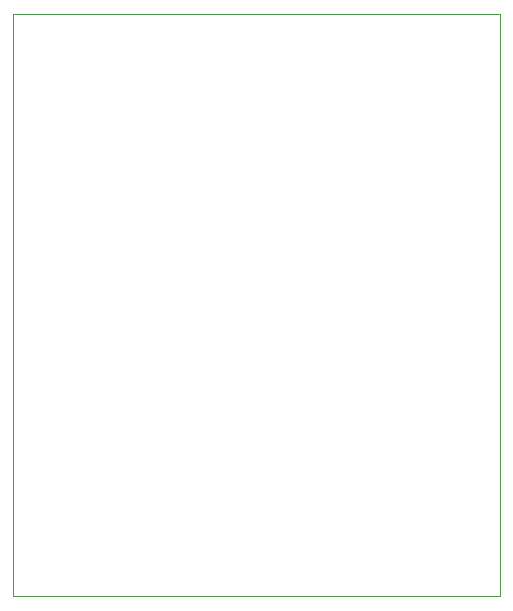
<source format=gbr>
%TF.GenerationSoftware,KiCad,Pcbnew,9.0.1*%
%TF.CreationDate,2025-10-18T13:29:13+03:00*%
%TF.ProjectId,transection-vga,7472616e-7365-4637-9469-6f6e2d766761,rev?*%
%TF.SameCoordinates,Original*%
%TF.FileFunction,Profile,NP*%
%FSLAX46Y46*%
G04 Gerber Fmt 4.6, Leading zero omitted, Abs format (unit mm)*
G04 Created by KiCad (PCBNEW 9.0.1) date 2025-10-18 13:29:13*
%MOMM*%
%LPD*%
G01*
G04 APERTURE LIST*
%TA.AperFunction,Profile*%
%ADD10C,0.050000*%
%TD*%
G04 APERTURE END LIST*
D10*
X115200000Y-72750000D02*
X156500000Y-72750000D01*
X156500000Y-122000000D01*
X115200000Y-122000000D01*
X115200000Y-72750000D01*
M02*

</source>
